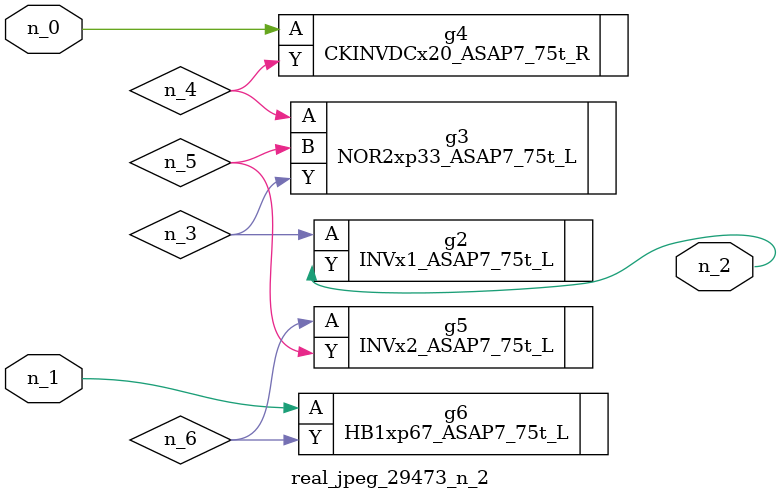
<source format=v>
module real_jpeg_29473_n_2 (n_1, n_0, n_2);

input n_1;
input n_0;

output n_2;

wire n_5;
wire n_4;
wire n_6;
wire n_3;

CKINVDCx20_ASAP7_75t_R g4 ( 
.A(n_0),
.Y(n_4)
);

HB1xp67_ASAP7_75t_L g6 ( 
.A(n_1),
.Y(n_6)
);

INVx1_ASAP7_75t_L g2 ( 
.A(n_3),
.Y(n_2)
);

NOR2xp33_ASAP7_75t_L g3 ( 
.A(n_4),
.B(n_5),
.Y(n_3)
);

INVx2_ASAP7_75t_L g5 ( 
.A(n_6),
.Y(n_5)
);


endmodule
</source>
